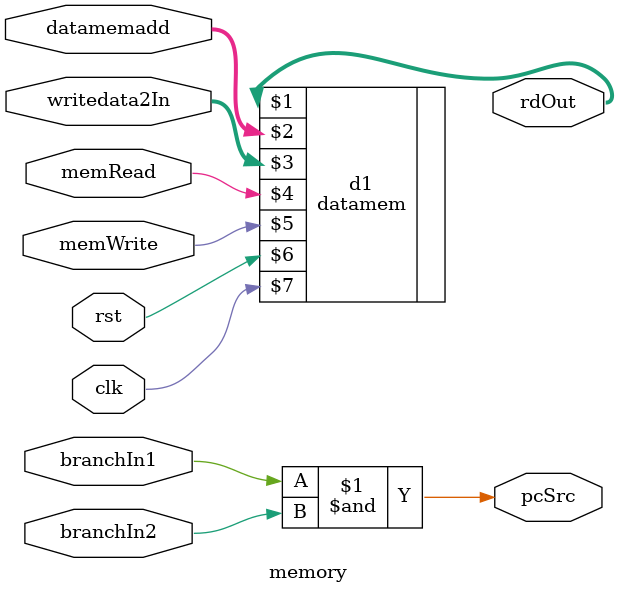
<source format=v>
module memory(
	output [63:0] rdOut,
	output pcSrc,
	input branchIn1,
	input branchIn2,
	input [63:0] datamemadd,
	input [63:0] writedata2In,
	input memRead,
	input memWrite,
	input rst, input clk
);

	and(pcSrc, branchIn1, branchIn2);
	datamem d1(rdOut, datamemadd, writedata2In, memRead, memWrite, rst, clk);

endmodule

</source>
